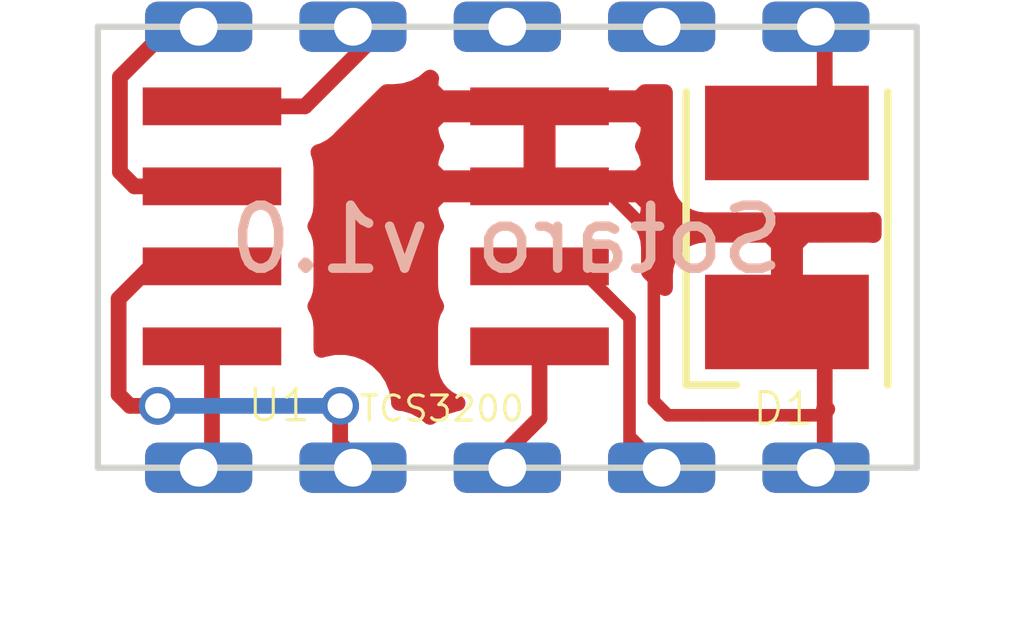
<source format=kicad_pcb>
(kicad_pcb (version 20171130) (host pcbnew 5.1.8-db9833491~88~ubuntu20.04.1)

  (general
    (thickness 1.6)
    (drawings 5)
    (tracks 43)
    (zones 0)
    (modules 3)
    (nets 11)
  )

  (page A4)
  (layers
    (0 F.Cu signal)
    (31 B.Cu signal)
    (32 B.Adhes user)
    (33 F.Adhes user)
    (34 B.Paste user)
    (35 F.Paste user)
    (36 B.SilkS user)
    (37 F.SilkS user)
    (38 B.Mask user)
    (39 F.Mask user)
    (40 Dwgs.User user)
    (41 Cmts.User user)
    (42 Eco1.User user)
    (43 Eco2.User user hide)
    (44 Edge.Cuts user)
    (45 Margin user)
    (46 B.CrtYd user)
    (47 F.CrtYd user)
    (48 B.Fab user)
    (49 F.Fab user)
  )

  (setup
    (last_trace_width 0.25)
    (trace_clearance 0.1)
    (zone_clearance 0.508)
    (zone_45_only no)
    (trace_min 0.2)
    (via_size 0.8)
    (via_drill 0.4)
    (via_min_size 0.4)
    (via_min_drill 0.3)
    (uvia_size 0.3)
    (uvia_drill 0.1)
    (uvias_allowed no)
    (uvia_min_size 0.2)
    (uvia_min_drill 0.1)
    (edge_width 0.05)
    (segment_width 0.2)
    (pcb_text_width 0.3)
    (pcb_text_size 1.5 1.5)
    (mod_edge_width 0.12)
    (mod_text_size 1 1)
    (mod_text_width 0.15)
    (pad_size 1.7 0.8)
    (pad_drill 0.6)
    (pad_to_mask_clearance 0.051)
    (solder_mask_min_width 0.25)
    (aux_axis_origin 0 0)
    (grid_origin 111.379 92.202)
    (visible_elements 7FFFFFFF)
    (pcbplotparams
      (layerselection 0x010fc_ffffffff)
      (usegerberextensions false)
      (usegerberattributes false)
      (usegerberadvancedattributes false)
      (creategerberjobfile false)
      (excludeedgelayer true)
      (linewidth 0.100000)
      (plotframeref false)
      (viasonmask false)
      (mode 1)
      (useauxorigin false)
      (hpglpennumber 1)
      (hpglpenspeed 20)
      (hpglpendiameter 15.000000)
      (psnegative false)
      (psa4output false)
      (plotreference true)
      (plotvalue true)
      (plotinvisibletext false)
      (padsonsilk false)
      (subtractmaskfromsilk false)
      (outputformat 1)
      (mirror false)
      (drillshape 0)
      (scaleselection 1)
      (outputdirectory "C:/HotWheels/Hotwheels-Firmware/Documents/PCB_Farbsensor/HotwheelsBoard-Farbsensor/Output/"))
  )

  (net 0 "")
  (net 1 GND)
  (net 2 "Net-(D1-Pad2)")
  (net 3 "Net-(U1-Pad6)")
  (net 4 "Net-(U1-Pad8)")
  (net 5 "Net-(U1-Pad1)")
  (net 6 "Net-(U1-Pad7)")
  (net 7 "Net-(U1-Pad2)")
  (net 8 "Net-(U2-Pad3)")
  (net 9 "Net-(U2-Pad2)")
  (net 10 VCC)

  (net_class Default "Dies ist die voreingestellte Netzklasse."
    (clearance 0.1)
    (trace_width 0.25)
    (via_dia 0.8)
    (via_drill 0.4)
    (uvia_dia 0.3)
    (uvia_drill 0.1)
    (add_net GND)
    (add_net "Net-(D1-Pad2)")
    (add_net "Net-(U1-Pad1)")
    (add_net "Net-(U1-Pad2)")
    (add_net "Net-(U1-Pad6)")
    (add_net "Net-(U1-Pad7)")
    (add_net "Net-(U1-Pad8)")
    (add_net "Net-(U2-Pad2)")
    (add_net "Net-(U2-Pad3)")
    (add_net VCC)
  )

  (module SOIC8 (layer F.Cu) (tedit 0) (tstamp 5FBC1C11)
    (at 105.98676 107.74322 180)
    (descr "<b>Small Outline IC</b>")
    (path /5C9B4C3F)
    (attr smd)
    (fp_text reference U1 (at 1.5318 -2.84076) (layer F.SilkS)
      (effects (font (size 0.5 0.5) (thickness 0.05)))
    )
    (fp_text value TCS3200 (at -1.04884 -2.8941) (layer F.SilkS)
      (effects (font (size 0.4 0.4) (thickness 0.05)))
    )
    (fp_poly (pts (xy 3.10075 -2.14925) (xy 3.10075 -1.66288) (xy 2.00288 -1.66288) (xy 2.00288 -2.14925)) (layer Eco2.User) (width 0))
    (fp_poly (pts (xy 3.10217 -0.877828) (xy 3.10217 -0.392338) (xy 2.00234 -0.392338) (xy 2.00234 -0.877828)) (layer Eco2.User) (width 0))
    (fp_poly (pts (xy 3.10316 0.393155) (xy 3.10316 0.878985) (xy 2.00101 0.878985) (xy 2.00101 0.393155)) (layer Eco2.User) (width 0))
    (fp_poly (pts (xy 3.10424 1.66424) (xy 3.10424 2.15014) (xy 1.99987 2.15013) (xy 1.99987 1.66423)) (layer Eco2.User) (width 0))
    (fp_poly (pts (xy -2.00016 1.65984) (xy -2.00016 2.15247) (xy -3.10248 2.15247) (xy -3.10248 1.65984)) (layer Eco2.User) (width 0))
    (fp_poly (pts (xy -2.00101 0.38899) (xy -2.00101 0.88249) (xy -3.10249 0.88249) (xy -3.10249 0.38899)) (layer Eco2.User) (width 0))
    (fp_poly (pts (xy -2.00072 -0.880716) (xy -2.00072 -0.389326) (xy -3.10067 -0.389326) (xy -3.10067 -0.880716)) (layer Eco2.User) (width 0))
    (fp_poly (pts (xy -2.00256 -2.15255) (xy -2.00256 -1.65912) (xy -3.10088 -1.65912) (xy -3.10088 -2.15255)) (layer Eco2.User) (width 0))
    (fp_line (start -1.4 2.4) (end -1.4 -2.4) (layer Eco2.User) (width 0.2032))
    (fp_line (start 1.9 -2.4) (end 1.9 2.4) (layer Eco2.User) (width 0.2032))
    (fp_line (start -1.4 -2.4) (end 1.9 -2.4) (layer Eco2.User) (width 0.2032))
    (fp_line (start -1.9 -2.4) (end -1.4 -2.4) (layer Eco2.User) (width 0.2032))
    (fp_line (start -1.9 2.4) (end -1.9 -2.4) (layer Eco2.User) (width 0.2032))
    (fp_line (start -1.4 2.4) (end -1.9 2.4) (layer Eco2.User) (width 0.2032))
    (fp_line (start 1.9 2.4) (end -1.4 2.4) (layer Eco2.User) (width 0.2032))
    (pad 5 smd rect (at 2.6 1.905 90) (size 0.6 2.2) (layers F.Cu F.Paste F.Mask)
      (net 10 VCC))
    (pad 6 smd rect (at 2.6 0.635 90) (size 0.6 2.2) (layers F.Cu F.Paste F.Mask)
      (net 3 "Net-(U1-Pad6)"))
    (pad 8 smd rect (at 2.6 -1.905 90) (size 0.6 2.2) (layers F.Cu F.Paste F.Mask)
      (net 4 "Net-(U1-Pad8)"))
    (pad 4 smd rect (at -2.6 1.905 90) (size 0.6 2.2) (layers F.Cu F.Paste F.Mask)
      (net 1 GND))
    (pad 3 smd rect (at -2.6 0.635 90) (size 0.6 2.2) (layers F.Cu F.Paste F.Mask)
      (net 1 GND))
    (pad 1 smd rect (at -2.6 -1.905 90) (size 0.6 2.2) (layers F.Cu F.Paste F.Mask)
      (net 5 "Net-(U1-Pad1)"))
    (pad 7 smd rect (at 2.6 -0.635 90) (size 0.6 2.2) (layers F.Cu F.Paste F.Mask)
      (net 6 "Net-(U1-Pad7)"))
    (pad 2 smd rect (at -2.6 -0.635 90) (size 0.6 2.2) (layers F.Cu F.Paste F.Mask)
      (net 7 "Net-(U1-Pad2)"))
  )

  (module LED_SMD:LED_PLCC-2 (layer F.Cu) (tedit 5FC7B933) (tstamp 5C9E18FD)
    (at 112.514 107.761 90)
    (descr "LED PLCC-2 SMD package")
    (tags "LED PLCC-2 SMD")
    (path /5C9B94D3)
    (attr smd)
    (fp_text reference D1 (at -2.87632 -0.0555) (layer F.SilkS)
      (effects (font (size 0.5 0.5) (thickness 0.05)))
    )
    (fp_text value LED (at 0 2.5 90) (layer F.Fab)
      (effects (font (size 1 1) (thickness 0.15)))
    )
    (fp_circle (center 0 0) (end 0 -1.25) (layer F.Fab) (width 0.1))
    (fp_line (start -1.7 -0.6) (end -0.8 -1.5) (layer F.Fab) (width 0.1))
    (fp_line (start 1.7 1.5) (end 1.7 -1.5) (layer F.Fab) (width 0.1))
    (fp_line (start 1.7 -1.5) (end -1.7 -1.5) (layer F.Fab) (width 0.1))
    (fp_line (start -1.7 -1.5) (end -1.7 1.5) (layer F.Fab) (width 0.1))
    (fp_line (start -1.7 1.5) (end 1.7 1.5) (layer F.Fab) (width 0.1))
    (fp_line (start -2.65 -1.85) (end 2.5 -1.85) (layer F.CrtYd) (width 0.05))
    (fp_line (start 2.5 -1.85) (end 2.5 1.85) (layer F.CrtYd) (width 0.05))
    (fp_line (start 2.5 1.85) (end -2.65 1.85) (layer F.CrtYd) (width 0.05))
    (fp_line (start -2.65 1.85) (end -2.65 -1.85) (layer F.CrtYd) (width 0.05))
    (fp_line (start 2.15 1.6) (end -2.5 1.6) (layer F.SilkS) (width 0.12))
    (fp_line (start 2.15 -1.6) (end -2.5 -1.6) (layer F.SilkS) (width 0.12))
    (fp_line (start -2.5 -1.6) (end -2.5 -0.8) (layer F.SilkS) (width 0.12))
    (fp_text user %R (at 0 0 90) (layer F.Fab)
      (effects (font (size 0.4 0.4) (thickness 0.1)))
    )
    (pad 2 smd rect (at 1.5 0 90) (size 1.5 2.6) (layers F.Cu F.Paste F.Mask)
      (net 2 "Net-(D1-Pad2)"))
    (pad 1 smd rect (at -1.5 0 90) (size 1.5 2.6) (layers F.Cu F.Paste F.Mask)
      (net 1 GND))
    (model ${KISYS3DMOD}/LED_SMD.3dshapes/LED_PLCC-2.wrl
      (at (xyz 0 0 0))
      (scale (xyz 1 1 1))
      (rotate (xyz 0 0 0))
    )
  )

  (module castellated_pads_top:DIP-10_244_ELL (layer F.Cu) (tedit 5FC64EE3) (tstamp 5FC7B16C)
    (at 114.075 111.975 180)
    (path /5FC803DD)
    (fp_text reference U2 (at -1.37054 3.80656 90) (layer Cmts.User)
      (effects (font (size 1 1) (thickness 0.15)))
    )
    (fp_text value Castellated_pads_top (at 6 -1.3) (layer F.Fab)
      (effects (font (size 1 1) (thickness 0.15)))
    )
    (fp_line (start 0 0.05) (end 12 0.05) (layer F.CrtYd) (width 0.05))
    (fp_line (start 12 0.05) (end 12 7.8) (layer F.CrtYd) (width 0.05))
    (fp_line (start 12 7.8) (end 0 7.8) (layer F.CrtYd) (width 0.05))
    (fp_line (start 0 7.8) (end 0 0.05) (layer F.CrtYd) (width 0.05))
    (pad 5 thru_hole roundrect (at 10.9 7.4 180) (size 1.7 0.8) (drill 0.6) (layers *.Cu *.Mask) (roundrect_rratio 0.25)
      (net 3 "Net-(U1-Pad6)"))
    (pad 6 thru_hole roundrect (at 10.9 0.4 180) (size 1.7 0.8) (drill 0.6) (layers *.Cu *.Mask) (roundrect_rratio 0.25)
      (net 4 "Net-(U1-Pad8)"))
    (pad 4 thru_hole roundrect (at 8.45 7.4 180) (size 1.7 0.8) (drill 0.6) (layers *.Cu *.Mask) (roundrect_rratio 0.25)
      (net 10 VCC))
    (pad 7 thru_hole roundrect (at 8.45 0.4 180) (size 1.7 0.8) (drill 0.6) (layers *.Cu *.Mask) (roundrect_rratio 0.25)
      (net 6 "Net-(U1-Pad7)"))
    (pad 3 thru_hole roundrect (at 6 7.4 180) (size 1.7 0.8) (drill 0.6) (layers *.Cu *.Mask) (roundrect_rratio 0.25)
      (net 8 "Net-(U2-Pad3)"))
    (pad 8 thru_hole roundrect (at 6 0.4 180) (size 1.7 0.8) (drill 0.6) (layers *.Cu *.Mask) (roundrect_rratio 0.25)
      (net 5 "Net-(U1-Pad1)"))
    (pad 2 thru_hole roundrect (at 3.55 7.4 180) (size 1.7 0.8) (drill 0.6) (layers *.Cu *.Mask) (roundrect_rratio 0.25)
      (net 9 "Net-(U2-Pad2)"))
    (pad 9 thru_hole roundrect (at 3.55 0.4 180) (size 1.7 0.8) (drill 0.6) (layers *.Cu *.Mask) (roundrect_rratio 0.25)
      (net 7 "Net-(U1-Pad2)"))
    (pad 1 thru_hole roundrect (at 1.1 7.4 180) (size 1.7 0.8) (drill 0.6) (layers *.Cu *.Mask) (roundrect_rratio 0.25)
      (net 2 "Net-(D1-Pad2)"))
    (pad 10 thru_hole roundrect (at 1.1 0.4 180) (size 1.7 0.8) (drill 0.6) (layers *.Cu *.Mask) (roundrect_rratio 0.25)
      (net 1 GND))
  )

  (gr_text "Sotaro v1.0" (at 108.0643 107.95254) (layer B.SilkS)
    (effects (font (size 1 1) (thickness 0.15)) (justify mirror))
  )
  (gr_line (start 114.575 104.575) (end 114.575 111.575) (layer Edge.Cuts) (width 0.1))
  (gr_line (start 101.575 104.575) (end 114.575 104.575) (layer Edge.Cuts) (width 0.1) (tstamp 5CCAC961))
  (gr_line (start 101.575 111.575) (end 114.575 111.575) (layer Edge.Cuts) (width 0.1) (tstamp 5CD546BC))
  (gr_line (start 101.575 104.575) (end 101.575 111.575) (layer Edge.Cuts) (width 0.1))

  (segment (start 113.114 110.74296) (end 113.114 111.29999) (width 0.25) (layer F.Cu) (net 1))
  (segment (start 113.114 109.261) (end 113.114 110.74296) (width 0.25) (layer F.Cu) (net 1))
  (segment (start 108.70614 106.98884) (end 108.58676 107.10822) (width 0.25) (layer F.Cu) (net 1))
  (segment (start 108.58676 107.10822) (end 108.58676 105.83822) (width 0.25) (layer F.Cu) (net 1))
  (segment (start 111.1836 110.74296) (end 113.114 110.74296) (width 0.2) (layer F.Cu) (net 1))
  (segment (start 108.58676 107.10822) (end 109.32818 107.10822) (width 0.25) (layer F.Cu) (net 1))
  (segment (start 108.58676 107.10822) (end 109.59742 107.10822) (width 0.25) (layer F.Cu) (net 1))
  (segment (start 109.59742 107.10822) (end 110.4011 107.9119) (width 0.2) (layer F.Cu) (net 1))
  (segment (start 110.4011 107.9119) (end 110.4011 110.51794) (width 0.2) (layer F.Cu) (net 1))
  (segment (start 110.62612 110.74296) (end 111.1836 110.74296) (width 0.2) (layer F.Cu) (net 1))
  (segment (start 110.4011 110.51794) (end 110.62612 110.74296) (width 0.2) (layer F.Cu) (net 1))
  (segment (start 113.114 104.91097) (end 113.17496 104.85001) (width 0.25) (layer F.Cu) (net 2))
  (segment (start 113.114 106.261) (end 113.114 104.91097) (width 0.25) (layer F.Cu) (net 2))
  (segment (start 113.664 106.642) (end 113.114 106.642) (width 0.25) (layer F.Cu) (net 2))
  (segment (start 103.22674 107.26824) (end 103.38676 107.10822) (width 0.25) (layer F.Cu) (net 3))
  (segment (start 102.44869 104.85001) (end 103.14958 104.85001) (width 0.2) (layer F.Cu) (net 3))
  (segment (start 101.9253 105.3734) (end 102.44869 104.85001) (width 0.25) (layer F.Cu) (net 3))
  (segment (start 103.38676 107.10822) (end 102.15522 107.10822) (width 0.25) (layer F.Cu) (net 3))
  (segment (start 101.9253 106.8783) (end 101.9253 105.3734) (width 0.25) (layer F.Cu) (net 3))
  (segment (start 102.15522 107.10822) (end 101.9253 106.8783) (width 0.25) (layer F.Cu) (net 3))
  (segment (start 103.38676 111.25331) (end 103.34008 111.29999) (width 0.25) (layer F.Cu) (net 4))
  (segment (start 103.38676 109.64822) (end 103.38676 111.25331) (width 0.25) (layer F.Cu) (net 4))
  (segment (start 108.58676 110.78823) (end 108.075 111.29999) (width 0.25) (layer F.Cu) (net 5))
  (segment (start 108.58676 109.64822) (end 108.58676 110.78823) (width 0.25) (layer F.Cu) (net 5))
  (via (at 102.52474 110.5931) (size 0.6) (drill 0.4) (layers F.Cu B.Cu) (net 6) (tstamp 5FBCD568))
  (segment (start 103.38676 108.37822) (end 102.41892 108.37822) (width 0.25) (layer F.Cu) (net 6))
  (segment (start 102.41892 108.37822) (end 101.9048 108.89234) (width 0.25) (layer F.Cu) (net 6))
  (segment (start 101.9048 108.89234) (end 101.9048 110.4138) (width 0.25) (layer F.Cu) (net 6))
  (segment (start 102.0841 110.5931) (end 102.52474 110.5931) (width 0.25) (layer F.Cu) (net 6))
  (segment (start 101.9048 110.4138) (end 102.0841 110.5931) (width 0.25) (layer F.Cu) (net 6))
  (segment (start 102.52474 110.5931) (end 102.60988 110.5931) (width 0.25) (layer F.Cu) (net 6))
  (segment (start 102.52474 110.5931) (end 105.4212 110.5931) (width 0.25) (layer B.Cu) (net 6))
  (via (at 105.4212 110.5931) (size 0.6) (drill 0.4) (layers F.Cu B.Cu) (net 6))
  (segment (start 105.4212 111.19619) (end 105.525 111.29999) (width 0.25) (layer F.Cu) (net 6))
  (segment (start 105.4212 110.5931) (end 105.4212 111.19619) (width 0.25) (layer F.Cu) (net 6))
  (segment (start 108.58676 108.37822) (end 109.28754 108.37822) (width 0.25) (layer F.Cu) (net 7))
  (segment (start 110.24999 111.29999) (end 110.525 111.29999) (width 0.25) (layer F.Cu) (net 7))
  (segment (start 110.0455 111.14278) (end 110.19157 111.28885) (width 0.25) (layer F.Cu) (net 7))
  (segment (start 110.01502 109.19616) (end 110.01502 111.15548) (width 0.2) (layer F.Cu) (net 7))
  (segment (start 109.19708 108.37822) (end 108.58676 108.37822) (width 0.25) (layer F.Cu) (net 7))
  (segment (start 110.01502 109.19616) (end 109.19708 108.37822) (width 0.2) (layer F.Cu) (net 7))
  (segment (start 104.86139 105.83822) (end 105.8496 104.85001) (width 0.25) (layer F.Cu) (net 10))
  (segment (start 103.38676 105.83822) (end 104.86139 105.83822) (width 0.25) (layer F.Cu) (net 10))

  (zone (net 1) (net_name GND) (layer F.Cu) (tstamp 0) (hatch edge 0.508)
    (connect_pads (clearance 0.508))
    (min_thickness 0.254)
    (fill yes (arc_segments 32) (thermal_gap 0.508) (thermal_bridge_width 0.508))
    (polygon
      (pts
        (xy 114.57432 111.62538) (xy 101.6127 111.6076) (xy 101.59238 104.57434) (xy 114.59464 104.55402)
      )
    )
    (filled_polygon
      (pts
        (xy 106.866461 105.395564) (xy 106.860948 105.413738) (xy 106.848688 105.53822) (xy 106.85176 105.55247) (xy 107.01051 105.71122)
        (xy 108.45976 105.71122) (xy 108.45976 105.69122) (xy 108.71376 105.69122) (xy 108.71376 105.71122) (xy 110.16301 105.71122)
        (xy 110.261158 105.613072) (xy 110.575928 105.613072) (xy 110.575928 107.011) (xy 110.588188 107.135482) (xy 110.624498 107.25518)
        (xy 110.683463 107.365494) (xy 110.762815 107.462185) (xy 110.859506 107.541537) (xy 110.96982 107.600502) (xy 111.089518 107.636812)
        (xy 111.214 107.649072) (xy 113.814 107.649072) (xy 113.89 107.641587) (xy 113.89 107.880413) (xy 113.814 107.872928)
        (xy 112.79975 107.876) (xy 112.641 108.03475) (xy 112.641 109.134) (xy 112.661 109.134) (xy 112.661 109.388)
        (xy 112.641 109.388) (xy 112.641 109.408) (xy 112.387 109.408) (xy 112.387 109.388) (xy 112.367 109.388)
        (xy 112.367 109.134) (xy 112.387 109.134) (xy 112.387 108.03475) (xy 112.22825 107.876) (xy 111.214 107.872928)
        (xy 111.089518 107.885188) (xy 110.96982 107.921498) (xy 110.859506 107.980463) (xy 110.762815 108.059815) (xy 110.683463 108.156506)
        (xy 110.624498 108.26682) (xy 110.588188 108.386518) (xy 110.575928 108.511) (xy 110.577329 108.722749) (xy 110.577049 108.722408)
        (xy 110.560273 108.701966) (xy 110.56027 108.701963) (xy 110.537257 108.673922) (xy 110.509217 108.65091) (xy 110.324832 108.466525)
        (xy 110.324832 108.07822) (xy 110.312572 107.953738) (xy 110.276262 107.83404) (xy 110.227717 107.74322) (xy 110.276262 107.6524)
        (xy 110.312572 107.532702) (xy 110.324832 107.40822) (xy 110.32176 107.39397) (xy 110.16301 107.23522) (xy 108.71376 107.23522)
        (xy 108.71376 107.25522) (xy 108.45976 107.25522) (xy 108.45976 107.23522) (xy 107.01051 107.23522) (xy 106.85176 107.39397)
        (xy 106.848688 107.40822) (xy 106.860948 107.532702) (xy 106.897258 107.6524) (xy 106.945803 107.74322) (xy 106.897258 107.83404)
        (xy 106.860948 107.953738) (xy 106.848688 108.07822) (xy 106.848688 108.67822) (xy 106.860948 108.802702) (xy 106.897258 108.9224)
        (xy 106.945803 109.01322) (xy 106.897258 109.10404) (xy 106.860948 109.223738) (xy 106.848688 109.34822) (xy 106.848688 109.94822)
        (xy 106.860948 110.072702) (xy 106.897258 110.1924) (xy 106.956223 110.302714) (xy 107.035575 110.399405) (xy 107.132266 110.478757)
        (xy 107.24258 110.537722) (xy 107.285315 110.550685) (xy 107.2615 110.553031) (xy 107.104284 110.600722) (xy 106.959392 110.678169)
        (xy 106.85 110.767945) (xy 106.740608 110.678169) (xy 106.595716 110.600722) (xy 106.4385 110.553031) (xy 106.3562 110.544925)
        (xy 106.3562 110.501011) (xy 106.320268 110.320371) (xy 106.249786 110.150211) (xy 106.147462 109.997072) (xy 106.017228 109.866838)
        (xy 105.864089 109.764514) (xy 105.693929 109.694032) (xy 105.513289 109.6581) (xy 105.329111 109.6581) (xy 105.148471 109.694032)
        (xy 105.124832 109.703824) (xy 105.124832 109.34822) (xy 105.112572 109.223738) (xy 105.076262 109.10404) (xy 105.027717 109.01322)
        (xy 105.076262 108.9224) (xy 105.112572 108.802702) (xy 105.124832 108.67822) (xy 105.124832 108.07822) (xy 105.112572 107.953738)
        (xy 105.076262 107.83404) (xy 105.027717 107.74322) (xy 105.076262 107.6524) (xy 105.112572 107.532702) (xy 105.124832 107.40822)
        (xy 105.124832 106.80822) (xy 105.112572 106.683738) (xy 105.07715 106.566968) (xy 105.153637 106.543766) (xy 105.285666 106.473194)
        (xy 105.401391 106.378221) (xy 105.425194 106.349218) (xy 105.636192 106.13822) (xy 106.848688 106.13822) (xy 106.860948 106.262702)
        (xy 106.897258 106.3824) (xy 106.945803 106.47322) (xy 106.897258 106.56404) (xy 106.860948 106.683738) (xy 106.848688 106.80822)
        (xy 106.85176 106.82247) (xy 107.01051 106.98122) (xy 108.45976 106.98122) (xy 108.45976 105.96522) (xy 108.71376 105.96522)
        (xy 108.71376 106.98122) (xy 110.16301 106.98122) (xy 110.32176 106.82247) (xy 110.324832 106.80822) (xy 110.312572 106.683738)
        (xy 110.276262 106.56404) (xy 110.227717 106.47322) (xy 110.276262 106.3824) (xy 110.312572 106.262702) (xy 110.324832 106.13822)
        (xy 110.32176 106.12397) (xy 110.16301 105.96522) (xy 108.71376 105.96522) (xy 108.45976 105.96522) (xy 107.01051 105.96522)
        (xy 106.85176 106.12397) (xy 106.848688 106.13822) (xy 105.636192 106.13822) (xy 106.16134 105.613072) (xy 106.275 105.613072)
        (xy 106.4385 105.596969) (xy 106.595716 105.549278) (xy 106.740608 105.471831) (xy 106.85 105.382055)
      )
    )
    (filled_polygon
      (pts
        (xy 113.153678 110.647072) (xy 113.102002 110.698748) (xy 113.102002 110.646915)
      )
    )
  )
  (zone (net 1) (net_name GND) (layer B.Cu) (tstamp 0) (hatch edge 0.508)
    (connect_pads (clearance 0.508))
    (min_thickness 0.254)
    (fill yes (arc_segments 32) (thermal_gap 0.508) (thermal_bridge_width 0.508))
    (polygon
      (pts
        (xy 101.58984 104.541324) (xy 114.59464 104.56418) (xy 114.5667 111.57966) (xy 101.5873 111.57712) (xy 101.58984 104.541324)
        (xy 101.5873 104.54132) (xy 101.58984 104.54132)
      )
    )
  )
)

</source>
